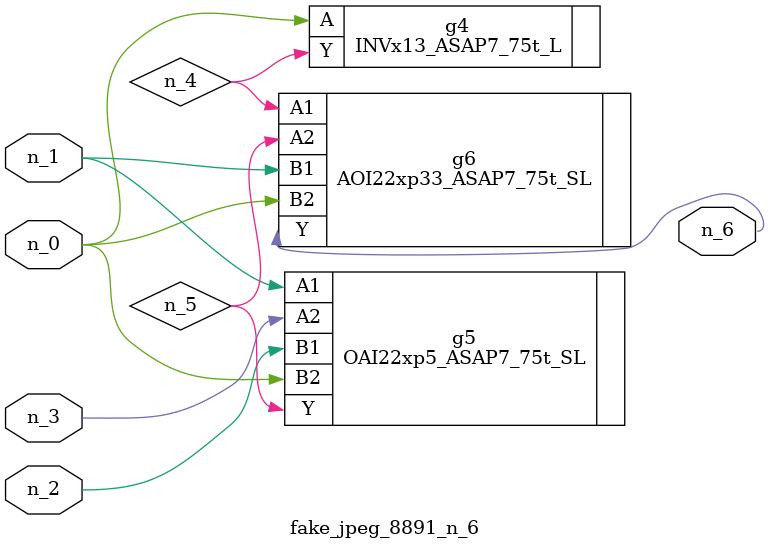
<source format=v>
module fake_jpeg_8891_n_6 (n_0, n_3, n_2, n_1, n_6);

input n_0;
input n_3;
input n_2;
input n_1;

output n_6;

wire n_4;
wire n_5;

INVx13_ASAP7_75t_L g4 ( 
.A(n_0),
.Y(n_4)
);

OAI22xp5_ASAP7_75t_SL g5 ( 
.A1(n_1),
.A2(n_3),
.B1(n_2),
.B2(n_0),
.Y(n_5)
);

AOI22xp33_ASAP7_75t_SL g6 ( 
.A1(n_4),
.A2(n_5),
.B1(n_1),
.B2(n_0),
.Y(n_6)
);


endmodule
</source>
